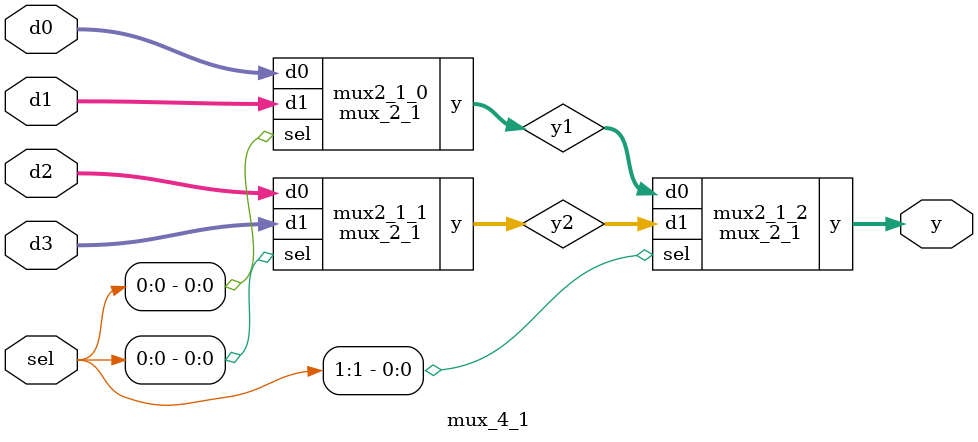
<source format=sv>

module mux_2_1
(
  input  [3:0] d0, d1,
  input        sel,
  output [3:0] y
);

  assign y = sel ? d1 : d0;

endmodule

//----------------------------------------------------------------------------
// Task
//----------------------------------------------------------------------------

module mux_4_1
(
  input  [3:0] d0, d1, d2, d3,
  input  [1:0] sel,
  output [3:0] y
);

  // Task:
  // Implement mux_4_1 using three instances of mux_2_1
  logic [3:0] y1,y2;
  mux_2_1 mux2_1_0(d0,d1,sel[0],y1);
  mux_2_1 mux2_1_1(d2,d3,sel[0],y2);
  mux_2_1 mux2_1_2(y1,y2,sel[1],y);


endmodule

</source>
